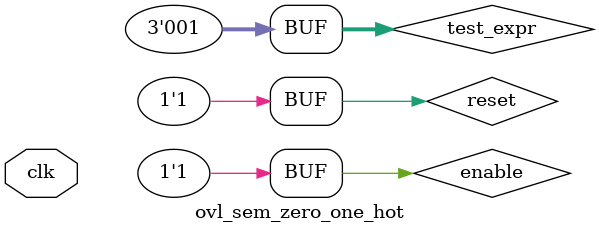
<source format=sv>
module ovl_sem_zero_one_hot(input logic clk);
  logic reset = 1'b1;
  logic enable = 1'b1;
`ifdef FAIL
  logic [2:0] test_expr = 3'b011;  // two asserted bits -> fail
`else
  logic [2:0] test_expr = 3'b001;  // one-hot -> pass
`endif

  ovl_zero_one_hot #(
      .width(3)) dut (
      .clock(clk),
      .reset(reset),
      .enable(enable),
      .test_expr(test_expr),
      .fire());
endmodule

</source>
